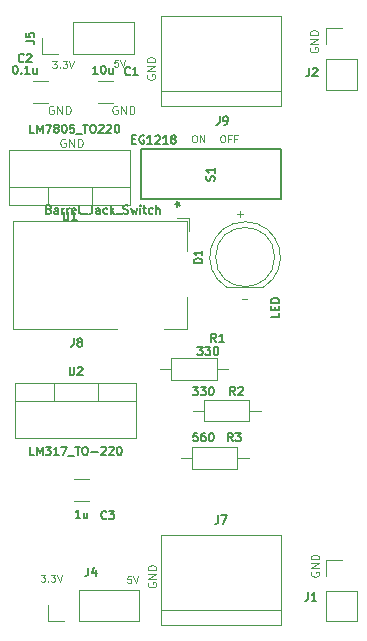
<source format=gto>
%TF.GenerationSoftware,KiCad,Pcbnew,8.0.8*%
%TF.CreationDate,2025-02-11T08:07:39+05:30*%
%TF.ProjectId,bread_board_PS,62726561-645f-4626-9f61-72645f50532e,v0.1*%
%TF.SameCoordinates,Original*%
%TF.FileFunction,Legend,Top*%
%TF.FilePolarity,Positive*%
%FSLAX46Y46*%
G04 Gerber Fmt 4.6, Leading zero omitted, Abs format (unit mm)*
G04 Created by KiCad (PCBNEW 8.0.8) date 2025-02-11 08:07:39*
%MOMM*%
%LPD*%
G01*
G04 APERTURE LIST*
%ADD10C,0.050000*%
%ADD11C,0.100000*%
%ADD12C,0.150000*%
%ADD13C,0.120000*%
%ADD14C,0.152400*%
G04 APERTURE END LIST*
D10*
X130518608Y-73423971D02*
X130890036Y-73423971D01*
X130890036Y-73423971D02*
X130690036Y-73652542D01*
X130690036Y-73652542D02*
X130775751Y-73652542D01*
X130775751Y-73652542D02*
X130832894Y-73681114D01*
X130832894Y-73681114D02*
X130861465Y-73709685D01*
X130861465Y-73709685D02*
X130890036Y-73766828D01*
X130890036Y-73766828D02*
X130890036Y-73909685D01*
X130890036Y-73909685D02*
X130861465Y-73966828D01*
X130861465Y-73966828D02*
X130832894Y-73995400D01*
X130832894Y-73995400D02*
X130775751Y-74023971D01*
X130775751Y-74023971D02*
X130604322Y-74023971D01*
X130604322Y-74023971D02*
X130547179Y-73995400D01*
X130547179Y-73995400D02*
X130518608Y-73966828D01*
X131147180Y-73966828D02*
X131175751Y-73995400D01*
X131175751Y-73995400D02*
X131147180Y-74023971D01*
X131147180Y-74023971D02*
X131118608Y-73995400D01*
X131118608Y-73995400D02*
X131147180Y-73966828D01*
X131147180Y-73966828D02*
X131147180Y-74023971D01*
X131375751Y-73423971D02*
X131747179Y-73423971D01*
X131747179Y-73423971D02*
X131547179Y-73652542D01*
X131547179Y-73652542D02*
X131632894Y-73652542D01*
X131632894Y-73652542D02*
X131690037Y-73681114D01*
X131690037Y-73681114D02*
X131718608Y-73709685D01*
X131718608Y-73709685D02*
X131747179Y-73766828D01*
X131747179Y-73766828D02*
X131747179Y-73909685D01*
X131747179Y-73909685D02*
X131718608Y-73966828D01*
X131718608Y-73966828D02*
X131690037Y-73995400D01*
X131690037Y-73995400D02*
X131632894Y-74023971D01*
X131632894Y-74023971D02*
X131461465Y-74023971D01*
X131461465Y-74023971D02*
X131404322Y-73995400D01*
X131404322Y-73995400D02*
X131375751Y-73966828D01*
X131918608Y-73423971D02*
X132118608Y-74023971D01*
X132118608Y-74023971D02*
X132318608Y-73423971D01*
D11*
X139542466Y-31100877D02*
X139509133Y-31167544D01*
X139509133Y-31167544D02*
X139509133Y-31267544D01*
X139509133Y-31267544D02*
X139542466Y-31367544D01*
X139542466Y-31367544D02*
X139609133Y-31434211D01*
X139609133Y-31434211D02*
X139675800Y-31467544D01*
X139675800Y-31467544D02*
X139809133Y-31500877D01*
X139809133Y-31500877D02*
X139909133Y-31500877D01*
X139909133Y-31500877D02*
X140042466Y-31467544D01*
X140042466Y-31467544D02*
X140109133Y-31434211D01*
X140109133Y-31434211D02*
X140175800Y-31367544D01*
X140175800Y-31367544D02*
X140209133Y-31267544D01*
X140209133Y-31267544D02*
X140209133Y-31200877D01*
X140209133Y-31200877D02*
X140175800Y-31100877D01*
X140175800Y-31100877D02*
X140142466Y-31067544D01*
X140142466Y-31067544D02*
X139909133Y-31067544D01*
X139909133Y-31067544D02*
X139909133Y-31200877D01*
X140209133Y-30767544D02*
X139509133Y-30767544D01*
X139509133Y-30767544D02*
X140209133Y-30367544D01*
X140209133Y-30367544D02*
X139509133Y-30367544D01*
X140209133Y-30034211D02*
X139509133Y-30034211D01*
X139509133Y-30034211D02*
X139509133Y-29867544D01*
X139509133Y-29867544D02*
X139542466Y-29767544D01*
X139542466Y-29767544D02*
X139609133Y-29700878D01*
X139609133Y-29700878D02*
X139675800Y-29667544D01*
X139675800Y-29667544D02*
X139809133Y-29634211D01*
X139809133Y-29634211D02*
X139909133Y-29634211D01*
X139909133Y-29634211D02*
X140042466Y-29667544D01*
X140042466Y-29667544D02*
X140109133Y-29700878D01*
X140109133Y-29700878D02*
X140175800Y-29767544D01*
X140175800Y-29767544D02*
X140209133Y-29867544D01*
X140209133Y-29867544D02*
X140209133Y-30034211D01*
D10*
X147175751Y-42895400D02*
X147632894Y-42895400D01*
X147404322Y-43123971D02*
X147404322Y-42666828D01*
X147575751Y-50095400D02*
X148032894Y-50095400D01*
X138161465Y-73523971D02*
X137875751Y-73523971D01*
X137875751Y-73523971D02*
X137847179Y-73809685D01*
X137847179Y-73809685D02*
X137875751Y-73781114D01*
X137875751Y-73781114D02*
X137932894Y-73752542D01*
X137932894Y-73752542D02*
X138075751Y-73752542D01*
X138075751Y-73752542D02*
X138132894Y-73781114D01*
X138132894Y-73781114D02*
X138161465Y-73809685D01*
X138161465Y-73809685D02*
X138190036Y-73866828D01*
X138190036Y-73866828D02*
X138190036Y-74009685D01*
X138190036Y-74009685D02*
X138161465Y-74066828D01*
X138161465Y-74066828D02*
X138132894Y-74095400D01*
X138132894Y-74095400D02*
X138075751Y-74123971D01*
X138075751Y-74123971D02*
X137932894Y-74123971D01*
X137932894Y-74123971D02*
X137875751Y-74095400D01*
X137875751Y-74095400D02*
X137847179Y-74066828D01*
X138361465Y-73523971D02*
X138561465Y-74123971D01*
X138561465Y-74123971D02*
X138761465Y-73523971D01*
D11*
X153342466Y-28800877D02*
X153309133Y-28867544D01*
X153309133Y-28867544D02*
X153309133Y-28967544D01*
X153309133Y-28967544D02*
X153342466Y-29067544D01*
X153342466Y-29067544D02*
X153409133Y-29134211D01*
X153409133Y-29134211D02*
X153475800Y-29167544D01*
X153475800Y-29167544D02*
X153609133Y-29200877D01*
X153609133Y-29200877D02*
X153709133Y-29200877D01*
X153709133Y-29200877D02*
X153842466Y-29167544D01*
X153842466Y-29167544D02*
X153909133Y-29134211D01*
X153909133Y-29134211D02*
X153975800Y-29067544D01*
X153975800Y-29067544D02*
X154009133Y-28967544D01*
X154009133Y-28967544D02*
X154009133Y-28900877D01*
X154009133Y-28900877D02*
X153975800Y-28800877D01*
X153975800Y-28800877D02*
X153942466Y-28767544D01*
X153942466Y-28767544D02*
X153709133Y-28767544D01*
X153709133Y-28767544D02*
X153709133Y-28900877D01*
X154009133Y-28467544D02*
X153309133Y-28467544D01*
X153309133Y-28467544D02*
X154009133Y-28067544D01*
X154009133Y-28067544D02*
X153309133Y-28067544D01*
X154009133Y-27734211D02*
X153309133Y-27734211D01*
X153309133Y-27734211D02*
X153309133Y-27567544D01*
X153309133Y-27567544D02*
X153342466Y-27467544D01*
X153342466Y-27467544D02*
X153409133Y-27400878D01*
X153409133Y-27400878D02*
X153475800Y-27367544D01*
X153475800Y-27367544D02*
X153609133Y-27334211D01*
X153609133Y-27334211D02*
X153709133Y-27334211D01*
X153709133Y-27334211D02*
X153842466Y-27367544D01*
X153842466Y-27367544D02*
X153909133Y-27400878D01*
X153909133Y-27400878D02*
X153975800Y-27467544D01*
X153975800Y-27467544D02*
X154009133Y-27567544D01*
X154009133Y-27567544D02*
X154009133Y-27734211D01*
D10*
X131518608Y-29923971D02*
X131890036Y-29923971D01*
X131890036Y-29923971D02*
X131690036Y-30152542D01*
X131690036Y-30152542D02*
X131775751Y-30152542D01*
X131775751Y-30152542D02*
X131832894Y-30181114D01*
X131832894Y-30181114D02*
X131861465Y-30209685D01*
X131861465Y-30209685D02*
X131890036Y-30266828D01*
X131890036Y-30266828D02*
X131890036Y-30409685D01*
X131890036Y-30409685D02*
X131861465Y-30466828D01*
X131861465Y-30466828D02*
X131832894Y-30495400D01*
X131832894Y-30495400D02*
X131775751Y-30523971D01*
X131775751Y-30523971D02*
X131604322Y-30523971D01*
X131604322Y-30523971D02*
X131547179Y-30495400D01*
X131547179Y-30495400D02*
X131518608Y-30466828D01*
X132147180Y-30466828D02*
X132175751Y-30495400D01*
X132175751Y-30495400D02*
X132147180Y-30523971D01*
X132147180Y-30523971D02*
X132118608Y-30495400D01*
X132118608Y-30495400D02*
X132147180Y-30466828D01*
X132147180Y-30466828D02*
X132147180Y-30523971D01*
X132375751Y-29923971D02*
X132747179Y-29923971D01*
X132747179Y-29923971D02*
X132547179Y-30152542D01*
X132547179Y-30152542D02*
X132632894Y-30152542D01*
X132632894Y-30152542D02*
X132690037Y-30181114D01*
X132690037Y-30181114D02*
X132718608Y-30209685D01*
X132718608Y-30209685D02*
X132747179Y-30266828D01*
X132747179Y-30266828D02*
X132747179Y-30409685D01*
X132747179Y-30409685D02*
X132718608Y-30466828D01*
X132718608Y-30466828D02*
X132690037Y-30495400D01*
X132690037Y-30495400D02*
X132632894Y-30523971D01*
X132632894Y-30523971D02*
X132461465Y-30523971D01*
X132461465Y-30523971D02*
X132404322Y-30495400D01*
X132404322Y-30495400D02*
X132375751Y-30466828D01*
X132918608Y-29923971D02*
X133118608Y-30523971D01*
X133118608Y-30523971D02*
X133318608Y-29923971D01*
D11*
X139642466Y-74100877D02*
X139609133Y-74167544D01*
X139609133Y-74167544D02*
X139609133Y-74267544D01*
X139609133Y-74267544D02*
X139642466Y-74367544D01*
X139642466Y-74367544D02*
X139709133Y-74434211D01*
X139709133Y-74434211D02*
X139775800Y-74467544D01*
X139775800Y-74467544D02*
X139909133Y-74500877D01*
X139909133Y-74500877D02*
X140009133Y-74500877D01*
X140009133Y-74500877D02*
X140142466Y-74467544D01*
X140142466Y-74467544D02*
X140209133Y-74434211D01*
X140209133Y-74434211D02*
X140275800Y-74367544D01*
X140275800Y-74367544D02*
X140309133Y-74267544D01*
X140309133Y-74267544D02*
X140309133Y-74200877D01*
X140309133Y-74200877D02*
X140275800Y-74100877D01*
X140275800Y-74100877D02*
X140242466Y-74067544D01*
X140242466Y-74067544D02*
X140009133Y-74067544D01*
X140009133Y-74067544D02*
X140009133Y-74200877D01*
X140309133Y-73767544D02*
X139609133Y-73767544D01*
X139609133Y-73767544D02*
X140309133Y-73367544D01*
X140309133Y-73367544D02*
X139609133Y-73367544D01*
X140309133Y-73034211D02*
X139609133Y-73034211D01*
X139609133Y-73034211D02*
X139609133Y-72867544D01*
X139609133Y-72867544D02*
X139642466Y-72767544D01*
X139642466Y-72767544D02*
X139709133Y-72700878D01*
X139709133Y-72700878D02*
X139775800Y-72667544D01*
X139775800Y-72667544D02*
X139909133Y-72634211D01*
X139909133Y-72634211D02*
X140009133Y-72634211D01*
X140009133Y-72634211D02*
X140142466Y-72667544D01*
X140142466Y-72667544D02*
X140209133Y-72700878D01*
X140209133Y-72700878D02*
X140275800Y-72767544D01*
X140275800Y-72767544D02*
X140309133Y-72867544D01*
X140309133Y-72867544D02*
X140309133Y-73034211D01*
X132599122Y-36542466D02*
X132532455Y-36509133D01*
X132532455Y-36509133D02*
X132432455Y-36509133D01*
X132432455Y-36509133D02*
X132332455Y-36542466D01*
X132332455Y-36542466D02*
X132265789Y-36609133D01*
X132265789Y-36609133D02*
X132232455Y-36675800D01*
X132232455Y-36675800D02*
X132199122Y-36809133D01*
X132199122Y-36809133D02*
X132199122Y-36909133D01*
X132199122Y-36909133D02*
X132232455Y-37042466D01*
X132232455Y-37042466D02*
X132265789Y-37109133D01*
X132265789Y-37109133D02*
X132332455Y-37175800D01*
X132332455Y-37175800D02*
X132432455Y-37209133D01*
X132432455Y-37209133D02*
X132499122Y-37209133D01*
X132499122Y-37209133D02*
X132599122Y-37175800D01*
X132599122Y-37175800D02*
X132632455Y-37142466D01*
X132632455Y-37142466D02*
X132632455Y-36909133D01*
X132632455Y-36909133D02*
X132499122Y-36909133D01*
X132932455Y-37209133D02*
X132932455Y-36509133D01*
X132932455Y-36509133D02*
X133332455Y-37209133D01*
X133332455Y-37209133D02*
X133332455Y-36509133D01*
X133665788Y-37209133D02*
X133665788Y-36509133D01*
X133665788Y-36509133D02*
X133832455Y-36509133D01*
X133832455Y-36509133D02*
X133932455Y-36542466D01*
X133932455Y-36542466D02*
X133999122Y-36609133D01*
X133999122Y-36609133D02*
X134032455Y-36675800D01*
X134032455Y-36675800D02*
X134065788Y-36809133D01*
X134065788Y-36809133D02*
X134065788Y-36909133D01*
X134065788Y-36909133D02*
X134032455Y-37042466D01*
X134032455Y-37042466D02*
X133999122Y-37109133D01*
X133999122Y-37109133D02*
X133932455Y-37175800D01*
X133932455Y-37175800D02*
X133832455Y-37209133D01*
X133832455Y-37209133D02*
X133665788Y-37209133D01*
D10*
X145890036Y-36223971D02*
X146004322Y-36223971D01*
X146004322Y-36223971D02*
X146061465Y-36252542D01*
X146061465Y-36252542D02*
X146118608Y-36309685D01*
X146118608Y-36309685D02*
X146147179Y-36423971D01*
X146147179Y-36423971D02*
X146147179Y-36623971D01*
X146147179Y-36623971D02*
X146118608Y-36738257D01*
X146118608Y-36738257D02*
X146061465Y-36795400D01*
X146061465Y-36795400D02*
X146004322Y-36823971D01*
X146004322Y-36823971D02*
X145890036Y-36823971D01*
X145890036Y-36823971D02*
X145832894Y-36795400D01*
X145832894Y-36795400D02*
X145775751Y-36738257D01*
X145775751Y-36738257D02*
X145747179Y-36623971D01*
X145747179Y-36623971D02*
X145747179Y-36423971D01*
X145747179Y-36423971D02*
X145775751Y-36309685D01*
X145775751Y-36309685D02*
X145832894Y-36252542D01*
X145832894Y-36252542D02*
X145890036Y-36223971D01*
X146604322Y-36509685D02*
X146404322Y-36509685D01*
X146404322Y-36823971D02*
X146404322Y-36223971D01*
X146404322Y-36223971D02*
X146690036Y-36223971D01*
X147118608Y-36509685D02*
X146918608Y-36509685D01*
X146918608Y-36823971D02*
X146918608Y-36223971D01*
X146918608Y-36223971D02*
X147204322Y-36223971D01*
D11*
X131599122Y-33742466D02*
X131532455Y-33709133D01*
X131532455Y-33709133D02*
X131432455Y-33709133D01*
X131432455Y-33709133D02*
X131332455Y-33742466D01*
X131332455Y-33742466D02*
X131265789Y-33809133D01*
X131265789Y-33809133D02*
X131232455Y-33875800D01*
X131232455Y-33875800D02*
X131199122Y-34009133D01*
X131199122Y-34009133D02*
X131199122Y-34109133D01*
X131199122Y-34109133D02*
X131232455Y-34242466D01*
X131232455Y-34242466D02*
X131265789Y-34309133D01*
X131265789Y-34309133D02*
X131332455Y-34375800D01*
X131332455Y-34375800D02*
X131432455Y-34409133D01*
X131432455Y-34409133D02*
X131499122Y-34409133D01*
X131499122Y-34409133D02*
X131599122Y-34375800D01*
X131599122Y-34375800D02*
X131632455Y-34342466D01*
X131632455Y-34342466D02*
X131632455Y-34109133D01*
X131632455Y-34109133D02*
X131499122Y-34109133D01*
X131932455Y-34409133D02*
X131932455Y-33709133D01*
X131932455Y-33709133D02*
X132332455Y-34409133D01*
X132332455Y-34409133D02*
X132332455Y-33709133D01*
X132665788Y-34409133D02*
X132665788Y-33709133D01*
X132665788Y-33709133D02*
X132832455Y-33709133D01*
X132832455Y-33709133D02*
X132932455Y-33742466D01*
X132932455Y-33742466D02*
X132999122Y-33809133D01*
X132999122Y-33809133D02*
X133032455Y-33875800D01*
X133032455Y-33875800D02*
X133065788Y-34009133D01*
X133065788Y-34009133D02*
X133065788Y-34109133D01*
X133065788Y-34109133D02*
X133032455Y-34242466D01*
X133032455Y-34242466D02*
X132999122Y-34309133D01*
X132999122Y-34309133D02*
X132932455Y-34375800D01*
X132932455Y-34375800D02*
X132832455Y-34409133D01*
X132832455Y-34409133D02*
X132665788Y-34409133D01*
D10*
X143490036Y-36223971D02*
X143604322Y-36223971D01*
X143604322Y-36223971D02*
X143661465Y-36252542D01*
X143661465Y-36252542D02*
X143718608Y-36309685D01*
X143718608Y-36309685D02*
X143747179Y-36423971D01*
X143747179Y-36423971D02*
X143747179Y-36623971D01*
X143747179Y-36623971D02*
X143718608Y-36738257D01*
X143718608Y-36738257D02*
X143661465Y-36795400D01*
X143661465Y-36795400D02*
X143604322Y-36823971D01*
X143604322Y-36823971D02*
X143490036Y-36823971D01*
X143490036Y-36823971D02*
X143432894Y-36795400D01*
X143432894Y-36795400D02*
X143375751Y-36738257D01*
X143375751Y-36738257D02*
X143347179Y-36623971D01*
X143347179Y-36623971D02*
X143347179Y-36423971D01*
X143347179Y-36423971D02*
X143375751Y-36309685D01*
X143375751Y-36309685D02*
X143432894Y-36252542D01*
X143432894Y-36252542D02*
X143490036Y-36223971D01*
X144004322Y-36823971D02*
X144004322Y-36223971D01*
X144004322Y-36223971D02*
X144347179Y-36823971D01*
X144347179Y-36823971D02*
X144347179Y-36223971D01*
X137061465Y-29823971D02*
X136775751Y-29823971D01*
X136775751Y-29823971D02*
X136747179Y-30109685D01*
X136747179Y-30109685D02*
X136775751Y-30081114D01*
X136775751Y-30081114D02*
X136832894Y-30052542D01*
X136832894Y-30052542D02*
X136975751Y-30052542D01*
X136975751Y-30052542D02*
X137032894Y-30081114D01*
X137032894Y-30081114D02*
X137061465Y-30109685D01*
X137061465Y-30109685D02*
X137090036Y-30166828D01*
X137090036Y-30166828D02*
X137090036Y-30309685D01*
X137090036Y-30309685D02*
X137061465Y-30366828D01*
X137061465Y-30366828D02*
X137032894Y-30395400D01*
X137032894Y-30395400D02*
X136975751Y-30423971D01*
X136975751Y-30423971D02*
X136832894Y-30423971D01*
X136832894Y-30423971D02*
X136775751Y-30395400D01*
X136775751Y-30395400D02*
X136747179Y-30366828D01*
X137261465Y-29823971D02*
X137461465Y-30423971D01*
X137461465Y-30423971D02*
X137661465Y-29823971D01*
D11*
X136999122Y-33742466D02*
X136932455Y-33709133D01*
X136932455Y-33709133D02*
X136832455Y-33709133D01*
X136832455Y-33709133D02*
X136732455Y-33742466D01*
X136732455Y-33742466D02*
X136665789Y-33809133D01*
X136665789Y-33809133D02*
X136632455Y-33875800D01*
X136632455Y-33875800D02*
X136599122Y-34009133D01*
X136599122Y-34009133D02*
X136599122Y-34109133D01*
X136599122Y-34109133D02*
X136632455Y-34242466D01*
X136632455Y-34242466D02*
X136665789Y-34309133D01*
X136665789Y-34309133D02*
X136732455Y-34375800D01*
X136732455Y-34375800D02*
X136832455Y-34409133D01*
X136832455Y-34409133D02*
X136899122Y-34409133D01*
X136899122Y-34409133D02*
X136999122Y-34375800D01*
X136999122Y-34375800D02*
X137032455Y-34342466D01*
X137032455Y-34342466D02*
X137032455Y-34109133D01*
X137032455Y-34109133D02*
X136899122Y-34109133D01*
X137332455Y-34409133D02*
X137332455Y-33709133D01*
X137332455Y-33709133D02*
X137732455Y-34409133D01*
X137732455Y-34409133D02*
X137732455Y-33709133D01*
X138065788Y-34409133D02*
X138065788Y-33709133D01*
X138065788Y-33709133D02*
X138232455Y-33709133D01*
X138232455Y-33709133D02*
X138332455Y-33742466D01*
X138332455Y-33742466D02*
X138399122Y-33809133D01*
X138399122Y-33809133D02*
X138432455Y-33875800D01*
X138432455Y-33875800D02*
X138465788Y-34009133D01*
X138465788Y-34009133D02*
X138465788Y-34109133D01*
X138465788Y-34109133D02*
X138432455Y-34242466D01*
X138432455Y-34242466D02*
X138399122Y-34309133D01*
X138399122Y-34309133D02*
X138332455Y-34375800D01*
X138332455Y-34375800D02*
X138232455Y-34409133D01*
X138232455Y-34409133D02*
X138065788Y-34409133D01*
X153442466Y-73200877D02*
X153409133Y-73267544D01*
X153409133Y-73267544D02*
X153409133Y-73367544D01*
X153409133Y-73367544D02*
X153442466Y-73467544D01*
X153442466Y-73467544D02*
X153509133Y-73534211D01*
X153509133Y-73534211D02*
X153575800Y-73567544D01*
X153575800Y-73567544D02*
X153709133Y-73600877D01*
X153709133Y-73600877D02*
X153809133Y-73600877D01*
X153809133Y-73600877D02*
X153942466Y-73567544D01*
X153942466Y-73567544D02*
X154009133Y-73534211D01*
X154009133Y-73534211D02*
X154075800Y-73467544D01*
X154075800Y-73467544D02*
X154109133Y-73367544D01*
X154109133Y-73367544D02*
X154109133Y-73300877D01*
X154109133Y-73300877D02*
X154075800Y-73200877D01*
X154075800Y-73200877D02*
X154042466Y-73167544D01*
X154042466Y-73167544D02*
X153809133Y-73167544D01*
X153809133Y-73167544D02*
X153809133Y-73300877D01*
X154109133Y-72867544D02*
X153409133Y-72867544D01*
X153409133Y-72867544D02*
X154109133Y-72467544D01*
X154109133Y-72467544D02*
X153409133Y-72467544D01*
X154109133Y-72134211D02*
X153409133Y-72134211D01*
X153409133Y-72134211D02*
X153409133Y-71967544D01*
X153409133Y-71967544D02*
X153442466Y-71867544D01*
X153442466Y-71867544D02*
X153509133Y-71800878D01*
X153509133Y-71800878D02*
X153575800Y-71767544D01*
X153575800Y-71767544D02*
X153709133Y-71734211D01*
X153709133Y-71734211D02*
X153809133Y-71734211D01*
X153809133Y-71734211D02*
X153942466Y-71767544D01*
X153942466Y-71767544D02*
X154009133Y-71800878D01*
X154009133Y-71800878D02*
X154075800Y-71867544D01*
X154075800Y-71867544D02*
X154109133Y-71967544D01*
X154109133Y-71967544D02*
X154109133Y-72134211D01*
D12*
X145666666Y-34616033D02*
X145666666Y-35116033D01*
X145666666Y-35116033D02*
X145633333Y-35216033D01*
X145633333Y-35216033D02*
X145566666Y-35282700D01*
X145566666Y-35282700D02*
X145466666Y-35316033D01*
X145466666Y-35316033D02*
X145400000Y-35316033D01*
X146033333Y-35316033D02*
X146166666Y-35316033D01*
X146166666Y-35316033D02*
X146233333Y-35282700D01*
X146233333Y-35282700D02*
X146266666Y-35249366D01*
X146266666Y-35249366D02*
X146333333Y-35149366D01*
X146333333Y-35149366D02*
X146366666Y-35016033D01*
X146366666Y-35016033D02*
X146366666Y-34749366D01*
X146366666Y-34749366D02*
X146333333Y-34682700D01*
X146333333Y-34682700D02*
X146299999Y-34649366D01*
X146299999Y-34649366D02*
X146233333Y-34616033D01*
X146233333Y-34616033D02*
X146099999Y-34616033D01*
X146099999Y-34616033D02*
X146033333Y-34649366D01*
X146033333Y-34649366D02*
X145999999Y-34682700D01*
X145999999Y-34682700D02*
X145966666Y-34749366D01*
X145966666Y-34749366D02*
X145966666Y-34916033D01*
X145966666Y-34916033D02*
X145999999Y-34982700D01*
X145999999Y-34982700D02*
X146033333Y-35016033D01*
X146033333Y-35016033D02*
X146099999Y-35049366D01*
X146099999Y-35049366D02*
X146233333Y-35049366D01*
X146233333Y-35049366D02*
X146299999Y-35016033D01*
X146299999Y-35016033D02*
X146333333Y-34982700D01*
X146333333Y-34982700D02*
X146366666Y-34916033D01*
X146983333Y-58216033D02*
X146750000Y-57882700D01*
X146583333Y-58216033D02*
X146583333Y-57516033D01*
X146583333Y-57516033D02*
X146850000Y-57516033D01*
X146850000Y-57516033D02*
X146916667Y-57549366D01*
X146916667Y-57549366D02*
X146950000Y-57582700D01*
X146950000Y-57582700D02*
X146983333Y-57649366D01*
X146983333Y-57649366D02*
X146983333Y-57749366D01*
X146983333Y-57749366D02*
X146950000Y-57816033D01*
X146950000Y-57816033D02*
X146916667Y-57849366D01*
X146916667Y-57849366D02*
X146850000Y-57882700D01*
X146850000Y-57882700D02*
X146583333Y-57882700D01*
X147250000Y-57582700D02*
X147283333Y-57549366D01*
X147283333Y-57549366D02*
X147350000Y-57516033D01*
X147350000Y-57516033D02*
X147516667Y-57516033D01*
X147516667Y-57516033D02*
X147583333Y-57549366D01*
X147583333Y-57549366D02*
X147616667Y-57582700D01*
X147616667Y-57582700D02*
X147650000Y-57649366D01*
X147650000Y-57649366D02*
X147650000Y-57716033D01*
X147650000Y-57716033D02*
X147616667Y-57816033D01*
X147616667Y-57816033D02*
X147216667Y-58216033D01*
X147216667Y-58216033D02*
X147650000Y-58216033D01*
X143400000Y-57516033D02*
X143833333Y-57516033D01*
X143833333Y-57516033D02*
X143600000Y-57782700D01*
X143600000Y-57782700D02*
X143700000Y-57782700D01*
X143700000Y-57782700D02*
X143766666Y-57816033D01*
X143766666Y-57816033D02*
X143800000Y-57849366D01*
X143800000Y-57849366D02*
X143833333Y-57916033D01*
X143833333Y-57916033D02*
X143833333Y-58082700D01*
X143833333Y-58082700D02*
X143800000Y-58149366D01*
X143800000Y-58149366D02*
X143766666Y-58182700D01*
X143766666Y-58182700D02*
X143700000Y-58216033D01*
X143700000Y-58216033D02*
X143500000Y-58216033D01*
X143500000Y-58216033D02*
X143433333Y-58182700D01*
X143433333Y-58182700D02*
X143400000Y-58149366D01*
X144066667Y-57516033D02*
X144500000Y-57516033D01*
X144500000Y-57516033D02*
X144266667Y-57782700D01*
X144266667Y-57782700D02*
X144366667Y-57782700D01*
X144366667Y-57782700D02*
X144433333Y-57816033D01*
X144433333Y-57816033D02*
X144466667Y-57849366D01*
X144466667Y-57849366D02*
X144500000Y-57916033D01*
X144500000Y-57916033D02*
X144500000Y-58082700D01*
X144500000Y-58082700D02*
X144466667Y-58149366D01*
X144466667Y-58149366D02*
X144433333Y-58182700D01*
X144433333Y-58182700D02*
X144366667Y-58216033D01*
X144366667Y-58216033D02*
X144166667Y-58216033D01*
X144166667Y-58216033D02*
X144100000Y-58182700D01*
X144100000Y-58182700D02*
X144066667Y-58149366D01*
X144933334Y-57516033D02*
X145000000Y-57516033D01*
X145000000Y-57516033D02*
X145066667Y-57549366D01*
X145066667Y-57549366D02*
X145100000Y-57582700D01*
X145100000Y-57582700D02*
X145133334Y-57649366D01*
X145133334Y-57649366D02*
X145166667Y-57782700D01*
X145166667Y-57782700D02*
X145166667Y-57949366D01*
X145166667Y-57949366D02*
X145133334Y-58082700D01*
X145133334Y-58082700D02*
X145100000Y-58149366D01*
X145100000Y-58149366D02*
X145066667Y-58182700D01*
X145066667Y-58182700D02*
X145000000Y-58216033D01*
X145000000Y-58216033D02*
X144933334Y-58216033D01*
X144933334Y-58216033D02*
X144866667Y-58182700D01*
X144866667Y-58182700D02*
X144833334Y-58149366D01*
X144833334Y-58149366D02*
X144800000Y-58082700D01*
X144800000Y-58082700D02*
X144766667Y-57949366D01*
X144766667Y-57949366D02*
X144766667Y-57782700D01*
X144766667Y-57782700D02*
X144800000Y-57649366D01*
X144800000Y-57649366D02*
X144833334Y-57582700D01*
X144833334Y-57582700D02*
X144866667Y-57549366D01*
X144866667Y-57549366D02*
X144933334Y-57516033D01*
X153266666Y-30516033D02*
X153266666Y-31016033D01*
X153266666Y-31016033D02*
X153233333Y-31116033D01*
X153233333Y-31116033D02*
X153166666Y-31182700D01*
X153166666Y-31182700D02*
X153066666Y-31216033D01*
X153066666Y-31216033D02*
X153000000Y-31216033D01*
X153566666Y-30582700D02*
X153599999Y-30549366D01*
X153599999Y-30549366D02*
X153666666Y-30516033D01*
X153666666Y-30516033D02*
X153833333Y-30516033D01*
X153833333Y-30516033D02*
X153899999Y-30549366D01*
X153899999Y-30549366D02*
X153933333Y-30582700D01*
X153933333Y-30582700D02*
X153966666Y-30649366D01*
X153966666Y-30649366D02*
X153966666Y-30716033D01*
X153966666Y-30716033D02*
X153933333Y-30816033D01*
X153933333Y-30816033D02*
X153533333Y-31216033D01*
X153533333Y-31216033D02*
X153966666Y-31216033D01*
X132466666Y-42716033D02*
X132466666Y-43282700D01*
X132466666Y-43282700D02*
X132500000Y-43349366D01*
X132500000Y-43349366D02*
X132533333Y-43382700D01*
X132533333Y-43382700D02*
X132600000Y-43416033D01*
X132600000Y-43416033D02*
X132733333Y-43416033D01*
X132733333Y-43416033D02*
X132800000Y-43382700D01*
X132800000Y-43382700D02*
X132833333Y-43349366D01*
X132833333Y-43349366D02*
X132866666Y-43282700D01*
X132866666Y-43282700D02*
X132866666Y-42716033D01*
X133566666Y-43416033D02*
X133166666Y-43416033D01*
X133366666Y-43416033D02*
X133366666Y-42716033D01*
X133366666Y-42716033D02*
X133299999Y-42816033D01*
X133299999Y-42816033D02*
X133233333Y-42882700D01*
X133233333Y-42882700D02*
X133166666Y-42916033D01*
X129983333Y-36016033D02*
X129649999Y-36016033D01*
X129649999Y-36016033D02*
X129649999Y-35316033D01*
X130216666Y-36016033D02*
X130216666Y-35316033D01*
X130216666Y-35316033D02*
X130450000Y-35816033D01*
X130450000Y-35816033D02*
X130683333Y-35316033D01*
X130683333Y-35316033D02*
X130683333Y-36016033D01*
X130950000Y-35316033D02*
X131416666Y-35316033D01*
X131416666Y-35316033D02*
X131116666Y-36016033D01*
X131783333Y-35616033D02*
X131716667Y-35582700D01*
X131716667Y-35582700D02*
X131683333Y-35549366D01*
X131683333Y-35549366D02*
X131650000Y-35482700D01*
X131650000Y-35482700D02*
X131650000Y-35449366D01*
X131650000Y-35449366D02*
X131683333Y-35382700D01*
X131683333Y-35382700D02*
X131716667Y-35349366D01*
X131716667Y-35349366D02*
X131783333Y-35316033D01*
X131783333Y-35316033D02*
X131916667Y-35316033D01*
X131916667Y-35316033D02*
X131983333Y-35349366D01*
X131983333Y-35349366D02*
X132016667Y-35382700D01*
X132016667Y-35382700D02*
X132050000Y-35449366D01*
X132050000Y-35449366D02*
X132050000Y-35482700D01*
X132050000Y-35482700D02*
X132016667Y-35549366D01*
X132016667Y-35549366D02*
X131983333Y-35582700D01*
X131983333Y-35582700D02*
X131916667Y-35616033D01*
X131916667Y-35616033D02*
X131783333Y-35616033D01*
X131783333Y-35616033D02*
X131716667Y-35649366D01*
X131716667Y-35649366D02*
X131683333Y-35682700D01*
X131683333Y-35682700D02*
X131650000Y-35749366D01*
X131650000Y-35749366D02*
X131650000Y-35882700D01*
X131650000Y-35882700D02*
X131683333Y-35949366D01*
X131683333Y-35949366D02*
X131716667Y-35982700D01*
X131716667Y-35982700D02*
X131783333Y-36016033D01*
X131783333Y-36016033D02*
X131916667Y-36016033D01*
X131916667Y-36016033D02*
X131983333Y-35982700D01*
X131983333Y-35982700D02*
X132016667Y-35949366D01*
X132016667Y-35949366D02*
X132050000Y-35882700D01*
X132050000Y-35882700D02*
X132050000Y-35749366D01*
X132050000Y-35749366D02*
X132016667Y-35682700D01*
X132016667Y-35682700D02*
X131983333Y-35649366D01*
X131983333Y-35649366D02*
X131916667Y-35616033D01*
X132483334Y-35316033D02*
X132550000Y-35316033D01*
X132550000Y-35316033D02*
X132616667Y-35349366D01*
X132616667Y-35349366D02*
X132650000Y-35382700D01*
X132650000Y-35382700D02*
X132683334Y-35449366D01*
X132683334Y-35449366D02*
X132716667Y-35582700D01*
X132716667Y-35582700D02*
X132716667Y-35749366D01*
X132716667Y-35749366D02*
X132683334Y-35882700D01*
X132683334Y-35882700D02*
X132650000Y-35949366D01*
X132650000Y-35949366D02*
X132616667Y-35982700D01*
X132616667Y-35982700D02*
X132550000Y-36016033D01*
X132550000Y-36016033D02*
X132483334Y-36016033D01*
X132483334Y-36016033D02*
X132416667Y-35982700D01*
X132416667Y-35982700D02*
X132383334Y-35949366D01*
X132383334Y-35949366D02*
X132350000Y-35882700D01*
X132350000Y-35882700D02*
X132316667Y-35749366D01*
X132316667Y-35749366D02*
X132316667Y-35582700D01*
X132316667Y-35582700D02*
X132350000Y-35449366D01*
X132350000Y-35449366D02*
X132383334Y-35382700D01*
X132383334Y-35382700D02*
X132416667Y-35349366D01*
X132416667Y-35349366D02*
X132483334Y-35316033D01*
X133350001Y-35316033D02*
X133016667Y-35316033D01*
X133016667Y-35316033D02*
X132983334Y-35649366D01*
X132983334Y-35649366D02*
X133016667Y-35616033D01*
X133016667Y-35616033D02*
X133083334Y-35582700D01*
X133083334Y-35582700D02*
X133250001Y-35582700D01*
X133250001Y-35582700D02*
X133316667Y-35616033D01*
X133316667Y-35616033D02*
X133350001Y-35649366D01*
X133350001Y-35649366D02*
X133383334Y-35716033D01*
X133383334Y-35716033D02*
X133383334Y-35882700D01*
X133383334Y-35882700D02*
X133350001Y-35949366D01*
X133350001Y-35949366D02*
X133316667Y-35982700D01*
X133316667Y-35982700D02*
X133250001Y-36016033D01*
X133250001Y-36016033D02*
X133083334Y-36016033D01*
X133083334Y-36016033D02*
X133016667Y-35982700D01*
X133016667Y-35982700D02*
X132983334Y-35949366D01*
X133516668Y-36082700D02*
X134050001Y-36082700D01*
X134116667Y-35316033D02*
X134516667Y-35316033D01*
X134316667Y-36016033D02*
X134316667Y-35316033D01*
X134883334Y-35316033D02*
X135016667Y-35316033D01*
X135016667Y-35316033D02*
X135083334Y-35349366D01*
X135083334Y-35349366D02*
X135150000Y-35416033D01*
X135150000Y-35416033D02*
X135183334Y-35549366D01*
X135183334Y-35549366D02*
X135183334Y-35782700D01*
X135183334Y-35782700D02*
X135150000Y-35916033D01*
X135150000Y-35916033D02*
X135083334Y-35982700D01*
X135083334Y-35982700D02*
X135016667Y-36016033D01*
X135016667Y-36016033D02*
X134883334Y-36016033D01*
X134883334Y-36016033D02*
X134816667Y-35982700D01*
X134816667Y-35982700D02*
X134750000Y-35916033D01*
X134750000Y-35916033D02*
X134716667Y-35782700D01*
X134716667Y-35782700D02*
X134716667Y-35549366D01*
X134716667Y-35549366D02*
X134750000Y-35416033D01*
X134750000Y-35416033D02*
X134816667Y-35349366D01*
X134816667Y-35349366D02*
X134883334Y-35316033D01*
X135450000Y-35382700D02*
X135483333Y-35349366D01*
X135483333Y-35349366D02*
X135550000Y-35316033D01*
X135550000Y-35316033D02*
X135716667Y-35316033D01*
X135716667Y-35316033D02*
X135783333Y-35349366D01*
X135783333Y-35349366D02*
X135816667Y-35382700D01*
X135816667Y-35382700D02*
X135850000Y-35449366D01*
X135850000Y-35449366D02*
X135850000Y-35516033D01*
X135850000Y-35516033D02*
X135816667Y-35616033D01*
X135816667Y-35616033D02*
X135416667Y-36016033D01*
X135416667Y-36016033D02*
X135850000Y-36016033D01*
X136116667Y-35382700D02*
X136150000Y-35349366D01*
X136150000Y-35349366D02*
X136216667Y-35316033D01*
X136216667Y-35316033D02*
X136383334Y-35316033D01*
X136383334Y-35316033D02*
X136450000Y-35349366D01*
X136450000Y-35349366D02*
X136483334Y-35382700D01*
X136483334Y-35382700D02*
X136516667Y-35449366D01*
X136516667Y-35449366D02*
X136516667Y-35516033D01*
X136516667Y-35516033D02*
X136483334Y-35616033D01*
X136483334Y-35616033D02*
X136083334Y-36016033D01*
X136083334Y-36016033D02*
X136516667Y-36016033D01*
X136950001Y-35316033D02*
X137016667Y-35316033D01*
X137016667Y-35316033D02*
X137083334Y-35349366D01*
X137083334Y-35349366D02*
X137116667Y-35382700D01*
X137116667Y-35382700D02*
X137150001Y-35449366D01*
X137150001Y-35449366D02*
X137183334Y-35582700D01*
X137183334Y-35582700D02*
X137183334Y-35749366D01*
X137183334Y-35749366D02*
X137150001Y-35882700D01*
X137150001Y-35882700D02*
X137116667Y-35949366D01*
X137116667Y-35949366D02*
X137083334Y-35982700D01*
X137083334Y-35982700D02*
X137016667Y-36016033D01*
X137016667Y-36016033D02*
X136950001Y-36016033D01*
X136950001Y-36016033D02*
X136883334Y-35982700D01*
X136883334Y-35982700D02*
X136850001Y-35949366D01*
X136850001Y-35949366D02*
X136816667Y-35882700D01*
X136816667Y-35882700D02*
X136783334Y-35749366D01*
X136783334Y-35749366D02*
X136783334Y-35582700D01*
X136783334Y-35582700D02*
X136816667Y-35449366D01*
X136816667Y-35449366D02*
X136850001Y-35382700D01*
X136850001Y-35382700D02*
X136883334Y-35349366D01*
X136883334Y-35349366D02*
X136950001Y-35316033D01*
X153166666Y-74916033D02*
X153166666Y-75416033D01*
X153166666Y-75416033D02*
X153133333Y-75516033D01*
X153133333Y-75516033D02*
X153066666Y-75582700D01*
X153066666Y-75582700D02*
X152966666Y-75616033D01*
X152966666Y-75616033D02*
X152900000Y-75616033D01*
X153866666Y-75616033D02*
X153466666Y-75616033D01*
X153666666Y-75616033D02*
X153666666Y-74916033D01*
X153666666Y-74916033D02*
X153599999Y-75016033D01*
X153599999Y-75016033D02*
X153533333Y-75082700D01*
X153533333Y-75082700D02*
X153466666Y-75116033D01*
X145383333Y-53716033D02*
X145150000Y-53382700D01*
X144983333Y-53716033D02*
X144983333Y-53016033D01*
X144983333Y-53016033D02*
X145250000Y-53016033D01*
X145250000Y-53016033D02*
X145316667Y-53049366D01*
X145316667Y-53049366D02*
X145350000Y-53082700D01*
X145350000Y-53082700D02*
X145383333Y-53149366D01*
X145383333Y-53149366D02*
X145383333Y-53249366D01*
X145383333Y-53249366D02*
X145350000Y-53316033D01*
X145350000Y-53316033D02*
X145316667Y-53349366D01*
X145316667Y-53349366D02*
X145250000Y-53382700D01*
X145250000Y-53382700D02*
X144983333Y-53382700D01*
X146050000Y-53716033D02*
X145650000Y-53716033D01*
X145850000Y-53716033D02*
X145850000Y-53016033D01*
X145850000Y-53016033D02*
X145783333Y-53116033D01*
X145783333Y-53116033D02*
X145716667Y-53182700D01*
X145716667Y-53182700D02*
X145650000Y-53216033D01*
X143800000Y-54116033D02*
X144233333Y-54116033D01*
X144233333Y-54116033D02*
X144000000Y-54382700D01*
X144000000Y-54382700D02*
X144100000Y-54382700D01*
X144100000Y-54382700D02*
X144166666Y-54416033D01*
X144166666Y-54416033D02*
X144200000Y-54449366D01*
X144200000Y-54449366D02*
X144233333Y-54516033D01*
X144233333Y-54516033D02*
X144233333Y-54682700D01*
X144233333Y-54682700D02*
X144200000Y-54749366D01*
X144200000Y-54749366D02*
X144166666Y-54782700D01*
X144166666Y-54782700D02*
X144100000Y-54816033D01*
X144100000Y-54816033D02*
X143900000Y-54816033D01*
X143900000Y-54816033D02*
X143833333Y-54782700D01*
X143833333Y-54782700D02*
X143800000Y-54749366D01*
X144466667Y-54116033D02*
X144900000Y-54116033D01*
X144900000Y-54116033D02*
X144666667Y-54382700D01*
X144666667Y-54382700D02*
X144766667Y-54382700D01*
X144766667Y-54382700D02*
X144833333Y-54416033D01*
X144833333Y-54416033D02*
X144866667Y-54449366D01*
X144866667Y-54449366D02*
X144900000Y-54516033D01*
X144900000Y-54516033D02*
X144900000Y-54682700D01*
X144900000Y-54682700D02*
X144866667Y-54749366D01*
X144866667Y-54749366D02*
X144833333Y-54782700D01*
X144833333Y-54782700D02*
X144766667Y-54816033D01*
X144766667Y-54816033D02*
X144566667Y-54816033D01*
X144566667Y-54816033D02*
X144500000Y-54782700D01*
X144500000Y-54782700D02*
X144466667Y-54749366D01*
X145333334Y-54116033D02*
X145400000Y-54116033D01*
X145400000Y-54116033D02*
X145466667Y-54149366D01*
X145466667Y-54149366D02*
X145500000Y-54182700D01*
X145500000Y-54182700D02*
X145533334Y-54249366D01*
X145533334Y-54249366D02*
X145566667Y-54382700D01*
X145566667Y-54382700D02*
X145566667Y-54549366D01*
X145566667Y-54549366D02*
X145533334Y-54682700D01*
X145533334Y-54682700D02*
X145500000Y-54749366D01*
X145500000Y-54749366D02*
X145466667Y-54782700D01*
X145466667Y-54782700D02*
X145400000Y-54816033D01*
X145400000Y-54816033D02*
X145333334Y-54816033D01*
X145333334Y-54816033D02*
X145266667Y-54782700D01*
X145266667Y-54782700D02*
X145233334Y-54749366D01*
X145233334Y-54749366D02*
X145200000Y-54682700D01*
X145200000Y-54682700D02*
X145166667Y-54549366D01*
X145166667Y-54549366D02*
X145166667Y-54382700D01*
X145166667Y-54382700D02*
X145200000Y-54249366D01*
X145200000Y-54249366D02*
X145233334Y-54182700D01*
X145233334Y-54182700D02*
X145266667Y-54149366D01*
X145266667Y-54149366D02*
X145333334Y-54116033D01*
X129083333Y-29949366D02*
X129050000Y-29982700D01*
X129050000Y-29982700D02*
X128950000Y-30016033D01*
X128950000Y-30016033D02*
X128883333Y-30016033D01*
X128883333Y-30016033D02*
X128783333Y-29982700D01*
X128783333Y-29982700D02*
X128716667Y-29916033D01*
X128716667Y-29916033D02*
X128683333Y-29849366D01*
X128683333Y-29849366D02*
X128650000Y-29716033D01*
X128650000Y-29716033D02*
X128650000Y-29616033D01*
X128650000Y-29616033D02*
X128683333Y-29482700D01*
X128683333Y-29482700D02*
X128716667Y-29416033D01*
X128716667Y-29416033D02*
X128783333Y-29349366D01*
X128783333Y-29349366D02*
X128883333Y-29316033D01*
X128883333Y-29316033D02*
X128950000Y-29316033D01*
X128950000Y-29316033D02*
X129050000Y-29349366D01*
X129050000Y-29349366D02*
X129083333Y-29382700D01*
X129350000Y-29382700D02*
X129383333Y-29349366D01*
X129383333Y-29349366D02*
X129450000Y-29316033D01*
X129450000Y-29316033D02*
X129616667Y-29316033D01*
X129616667Y-29316033D02*
X129683333Y-29349366D01*
X129683333Y-29349366D02*
X129716667Y-29382700D01*
X129716667Y-29382700D02*
X129750000Y-29449366D01*
X129750000Y-29449366D02*
X129750000Y-29516033D01*
X129750000Y-29516033D02*
X129716667Y-29616033D01*
X129716667Y-29616033D02*
X129316667Y-30016033D01*
X129316667Y-30016033D02*
X129750000Y-30016033D01*
X128350000Y-30316033D02*
X128416666Y-30316033D01*
X128416666Y-30316033D02*
X128483333Y-30349366D01*
X128483333Y-30349366D02*
X128516666Y-30382700D01*
X128516666Y-30382700D02*
X128550000Y-30449366D01*
X128550000Y-30449366D02*
X128583333Y-30582700D01*
X128583333Y-30582700D02*
X128583333Y-30749366D01*
X128583333Y-30749366D02*
X128550000Y-30882700D01*
X128550000Y-30882700D02*
X128516666Y-30949366D01*
X128516666Y-30949366D02*
X128483333Y-30982700D01*
X128483333Y-30982700D02*
X128416666Y-31016033D01*
X128416666Y-31016033D02*
X128350000Y-31016033D01*
X128350000Y-31016033D02*
X128283333Y-30982700D01*
X128283333Y-30982700D02*
X128250000Y-30949366D01*
X128250000Y-30949366D02*
X128216666Y-30882700D01*
X128216666Y-30882700D02*
X128183333Y-30749366D01*
X128183333Y-30749366D02*
X128183333Y-30582700D01*
X128183333Y-30582700D02*
X128216666Y-30449366D01*
X128216666Y-30449366D02*
X128250000Y-30382700D01*
X128250000Y-30382700D02*
X128283333Y-30349366D01*
X128283333Y-30349366D02*
X128350000Y-30316033D01*
X128883333Y-30949366D02*
X128916667Y-30982700D01*
X128916667Y-30982700D02*
X128883333Y-31016033D01*
X128883333Y-31016033D02*
X128850000Y-30982700D01*
X128850000Y-30982700D02*
X128883333Y-30949366D01*
X128883333Y-30949366D02*
X128883333Y-31016033D01*
X129583333Y-31016033D02*
X129183333Y-31016033D01*
X129383333Y-31016033D02*
X129383333Y-30316033D01*
X129383333Y-30316033D02*
X129316666Y-30416033D01*
X129316666Y-30416033D02*
X129250000Y-30482700D01*
X129250000Y-30482700D02*
X129183333Y-30516033D01*
X130183333Y-30549366D02*
X130183333Y-31016033D01*
X129883333Y-30549366D02*
X129883333Y-30916033D01*
X129883333Y-30916033D02*
X129916667Y-30982700D01*
X129916667Y-30982700D02*
X129983333Y-31016033D01*
X129983333Y-31016033D02*
X130083333Y-31016033D01*
X130083333Y-31016033D02*
X130150000Y-30982700D01*
X130150000Y-30982700D02*
X130183333Y-30949366D01*
X132966666Y-55816033D02*
X132966666Y-56382700D01*
X132966666Y-56382700D02*
X133000000Y-56449366D01*
X133000000Y-56449366D02*
X133033333Y-56482700D01*
X133033333Y-56482700D02*
X133100000Y-56516033D01*
X133100000Y-56516033D02*
X133233333Y-56516033D01*
X133233333Y-56516033D02*
X133300000Y-56482700D01*
X133300000Y-56482700D02*
X133333333Y-56449366D01*
X133333333Y-56449366D02*
X133366666Y-56382700D01*
X133366666Y-56382700D02*
X133366666Y-55816033D01*
X133666666Y-55882700D02*
X133699999Y-55849366D01*
X133699999Y-55849366D02*
X133766666Y-55816033D01*
X133766666Y-55816033D02*
X133933333Y-55816033D01*
X133933333Y-55816033D02*
X133999999Y-55849366D01*
X133999999Y-55849366D02*
X134033333Y-55882700D01*
X134033333Y-55882700D02*
X134066666Y-55949366D01*
X134066666Y-55949366D02*
X134066666Y-56016033D01*
X134066666Y-56016033D02*
X134033333Y-56116033D01*
X134033333Y-56116033D02*
X133633333Y-56516033D01*
X133633333Y-56516033D02*
X134066666Y-56516033D01*
X129983333Y-63286033D02*
X129649999Y-63286033D01*
X129649999Y-63286033D02*
X129649999Y-62586033D01*
X130216666Y-63286033D02*
X130216666Y-62586033D01*
X130216666Y-62586033D02*
X130450000Y-63086033D01*
X130450000Y-63086033D02*
X130683333Y-62586033D01*
X130683333Y-62586033D02*
X130683333Y-63286033D01*
X130950000Y-62586033D02*
X131383333Y-62586033D01*
X131383333Y-62586033D02*
X131150000Y-62852700D01*
X131150000Y-62852700D02*
X131250000Y-62852700D01*
X131250000Y-62852700D02*
X131316666Y-62886033D01*
X131316666Y-62886033D02*
X131350000Y-62919366D01*
X131350000Y-62919366D02*
X131383333Y-62986033D01*
X131383333Y-62986033D02*
X131383333Y-63152700D01*
X131383333Y-63152700D02*
X131350000Y-63219366D01*
X131350000Y-63219366D02*
X131316666Y-63252700D01*
X131316666Y-63252700D02*
X131250000Y-63286033D01*
X131250000Y-63286033D02*
X131050000Y-63286033D01*
X131050000Y-63286033D02*
X130983333Y-63252700D01*
X130983333Y-63252700D02*
X130950000Y-63219366D01*
X132050000Y-63286033D02*
X131650000Y-63286033D01*
X131850000Y-63286033D02*
X131850000Y-62586033D01*
X131850000Y-62586033D02*
X131783333Y-62686033D01*
X131783333Y-62686033D02*
X131716667Y-62752700D01*
X131716667Y-62752700D02*
X131650000Y-62786033D01*
X132283334Y-62586033D02*
X132750000Y-62586033D01*
X132750000Y-62586033D02*
X132450000Y-63286033D01*
X132850001Y-63352700D02*
X133383334Y-63352700D01*
X133450000Y-62586033D02*
X133850000Y-62586033D01*
X133650000Y-63286033D02*
X133650000Y-62586033D01*
X134216667Y-62586033D02*
X134350000Y-62586033D01*
X134350000Y-62586033D02*
X134416667Y-62619366D01*
X134416667Y-62619366D02*
X134483333Y-62686033D01*
X134483333Y-62686033D02*
X134516667Y-62819366D01*
X134516667Y-62819366D02*
X134516667Y-63052700D01*
X134516667Y-63052700D02*
X134483333Y-63186033D01*
X134483333Y-63186033D02*
X134416667Y-63252700D01*
X134416667Y-63252700D02*
X134350000Y-63286033D01*
X134350000Y-63286033D02*
X134216667Y-63286033D01*
X134216667Y-63286033D02*
X134150000Y-63252700D01*
X134150000Y-63252700D02*
X134083333Y-63186033D01*
X134083333Y-63186033D02*
X134050000Y-63052700D01*
X134050000Y-63052700D02*
X134050000Y-62819366D01*
X134050000Y-62819366D02*
X134083333Y-62686033D01*
X134083333Y-62686033D02*
X134150000Y-62619366D01*
X134150000Y-62619366D02*
X134216667Y-62586033D01*
X134816666Y-63019366D02*
X135350000Y-63019366D01*
X135650000Y-62652700D02*
X135683333Y-62619366D01*
X135683333Y-62619366D02*
X135750000Y-62586033D01*
X135750000Y-62586033D02*
X135916667Y-62586033D01*
X135916667Y-62586033D02*
X135983333Y-62619366D01*
X135983333Y-62619366D02*
X136016667Y-62652700D01*
X136016667Y-62652700D02*
X136050000Y-62719366D01*
X136050000Y-62719366D02*
X136050000Y-62786033D01*
X136050000Y-62786033D02*
X136016667Y-62886033D01*
X136016667Y-62886033D02*
X135616667Y-63286033D01*
X135616667Y-63286033D02*
X136050000Y-63286033D01*
X136316667Y-62652700D02*
X136350000Y-62619366D01*
X136350000Y-62619366D02*
X136416667Y-62586033D01*
X136416667Y-62586033D02*
X136583334Y-62586033D01*
X136583334Y-62586033D02*
X136650000Y-62619366D01*
X136650000Y-62619366D02*
X136683334Y-62652700D01*
X136683334Y-62652700D02*
X136716667Y-62719366D01*
X136716667Y-62719366D02*
X136716667Y-62786033D01*
X136716667Y-62786033D02*
X136683334Y-62886033D01*
X136683334Y-62886033D02*
X136283334Y-63286033D01*
X136283334Y-63286033D02*
X136716667Y-63286033D01*
X137150001Y-62586033D02*
X137216667Y-62586033D01*
X137216667Y-62586033D02*
X137283334Y-62619366D01*
X137283334Y-62619366D02*
X137316667Y-62652700D01*
X137316667Y-62652700D02*
X137350001Y-62719366D01*
X137350001Y-62719366D02*
X137383334Y-62852700D01*
X137383334Y-62852700D02*
X137383334Y-63019366D01*
X137383334Y-63019366D02*
X137350001Y-63152700D01*
X137350001Y-63152700D02*
X137316667Y-63219366D01*
X137316667Y-63219366D02*
X137283334Y-63252700D01*
X137283334Y-63252700D02*
X137216667Y-63286033D01*
X137216667Y-63286033D02*
X137150001Y-63286033D01*
X137150001Y-63286033D02*
X137083334Y-63252700D01*
X137083334Y-63252700D02*
X137050001Y-63219366D01*
X137050001Y-63219366D02*
X137016667Y-63152700D01*
X137016667Y-63152700D02*
X136983334Y-63019366D01*
X136983334Y-63019366D02*
X136983334Y-62852700D01*
X136983334Y-62852700D02*
X137016667Y-62719366D01*
X137016667Y-62719366D02*
X137050001Y-62652700D01*
X137050001Y-62652700D02*
X137083334Y-62619366D01*
X137083334Y-62619366D02*
X137150001Y-62586033D01*
X129286033Y-28233333D02*
X129786033Y-28233333D01*
X129786033Y-28233333D02*
X129886033Y-28266666D01*
X129886033Y-28266666D02*
X129952700Y-28333333D01*
X129952700Y-28333333D02*
X129986033Y-28433333D01*
X129986033Y-28433333D02*
X129986033Y-28500000D01*
X129286033Y-27566667D02*
X129286033Y-27900000D01*
X129286033Y-27900000D02*
X129619366Y-27933333D01*
X129619366Y-27933333D02*
X129586033Y-27900000D01*
X129586033Y-27900000D02*
X129552700Y-27833333D01*
X129552700Y-27833333D02*
X129552700Y-27666667D01*
X129552700Y-27666667D02*
X129586033Y-27600000D01*
X129586033Y-27600000D02*
X129619366Y-27566667D01*
X129619366Y-27566667D02*
X129686033Y-27533333D01*
X129686033Y-27533333D02*
X129852700Y-27533333D01*
X129852700Y-27533333D02*
X129919366Y-27566667D01*
X129919366Y-27566667D02*
X129952700Y-27600000D01*
X129952700Y-27600000D02*
X129986033Y-27666667D01*
X129986033Y-27666667D02*
X129986033Y-27833333D01*
X129986033Y-27833333D02*
X129952700Y-27900000D01*
X129952700Y-27900000D02*
X129919366Y-27933333D01*
X134566666Y-72816033D02*
X134566666Y-73316033D01*
X134566666Y-73316033D02*
X134533333Y-73416033D01*
X134533333Y-73416033D02*
X134466666Y-73482700D01*
X134466666Y-73482700D02*
X134366666Y-73516033D01*
X134366666Y-73516033D02*
X134300000Y-73516033D01*
X135199999Y-73049366D02*
X135199999Y-73516033D01*
X135033333Y-72782700D02*
X134866666Y-73282700D01*
X134866666Y-73282700D02*
X135299999Y-73282700D01*
X145213600Y-40058333D02*
X145246933Y-39958333D01*
X145246933Y-39958333D02*
X145246933Y-39791667D01*
X145246933Y-39791667D02*
X145213600Y-39725000D01*
X145213600Y-39725000D02*
X145180266Y-39691667D01*
X145180266Y-39691667D02*
X145113600Y-39658333D01*
X145113600Y-39658333D02*
X145046933Y-39658333D01*
X145046933Y-39658333D02*
X144980266Y-39691667D01*
X144980266Y-39691667D02*
X144946933Y-39725000D01*
X144946933Y-39725000D02*
X144913600Y-39791667D01*
X144913600Y-39791667D02*
X144880266Y-39925000D01*
X144880266Y-39925000D02*
X144846933Y-39991667D01*
X144846933Y-39991667D02*
X144813600Y-40025000D01*
X144813600Y-40025000D02*
X144746933Y-40058333D01*
X144746933Y-40058333D02*
X144680266Y-40058333D01*
X144680266Y-40058333D02*
X144613600Y-40025000D01*
X144613600Y-40025000D02*
X144580266Y-39991667D01*
X144580266Y-39991667D02*
X144546933Y-39925000D01*
X144546933Y-39925000D02*
X144546933Y-39758333D01*
X144546933Y-39758333D02*
X144580266Y-39658333D01*
X145246933Y-38991666D02*
X145246933Y-39391666D01*
X145246933Y-39191666D02*
X144546933Y-39191666D01*
X144546933Y-39191666D02*
X144646933Y-39258333D01*
X144646933Y-39258333D02*
X144713600Y-39325000D01*
X144713600Y-39325000D02*
X144746933Y-39391666D01*
X138266666Y-36549366D02*
X138500000Y-36549366D01*
X138600000Y-36916033D02*
X138266666Y-36916033D01*
X138266666Y-36916033D02*
X138266666Y-36216033D01*
X138266666Y-36216033D02*
X138600000Y-36216033D01*
X139266666Y-36249366D02*
X139199999Y-36216033D01*
X139199999Y-36216033D02*
X139099999Y-36216033D01*
X139099999Y-36216033D02*
X138999999Y-36249366D01*
X138999999Y-36249366D02*
X138933333Y-36316033D01*
X138933333Y-36316033D02*
X138899999Y-36382700D01*
X138899999Y-36382700D02*
X138866666Y-36516033D01*
X138866666Y-36516033D02*
X138866666Y-36616033D01*
X138866666Y-36616033D02*
X138899999Y-36749366D01*
X138899999Y-36749366D02*
X138933333Y-36816033D01*
X138933333Y-36816033D02*
X138999999Y-36882700D01*
X138999999Y-36882700D02*
X139099999Y-36916033D01*
X139099999Y-36916033D02*
X139166666Y-36916033D01*
X139166666Y-36916033D02*
X139266666Y-36882700D01*
X139266666Y-36882700D02*
X139299999Y-36849366D01*
X139299999Y-36849366D02*
X139299999Y-36616033D01*
X139299999Y-36616033D02*
X139166666Y-36616033D01*
X139966666Y-36916033D02*
X139566666Y-36916033D01*
X139766666Y-36916033D02*
X139766666Y-36216033D01*
X139766666Y-36216033D02*
X139699999Y-36316033D01*
X139699999Y-36316033D02*
X139633333Y-36382700D01*
X139633333Y-36382700D02*
X139566666Y-36416033D01*
X140233333Y-36282700D02*
X140266666Y-36249366D01*
X140266666Y-36249366D02*
X140333333Y-36216033D01*
X140333333Y-36216033D02*
X140500000Y-36216033D01*
X140500000Y-36216033D02*
X140566666Y-36249366D01*
X140566666Y-36249366D02*
X140600000Y-36282700D01*
X140600000Y-36282700D02*
X140633333Y-36349366D01*
X140633333Y-36349366D02*
X140633333Y-36416033D01*
X140633333Y-36416033D02*
X140600000Y-36516033D01*
X140600000Y-36516033D02*
X140200000Y-36916033D01*
X140200000Y-36916033D02*
X140633333Y-36916033D01*
X141300000Y-36916033D02*
X140900000Y-36916033D01*
X141100000Y-36916033D02*
X141100000Y-36216033D01*
X141100000Y-36216033D02*
X141033333Y-36316033D01*
X141033333Y-36316033D02*
X140966667Y-36382700D01*
X140966667Y-36382700D02*
X140900000Y-36416033D01*
X141700000Y-36516033D02*
X141633334Y-36482700D01*
X141633334Y-36482700D02*
X141600000Y-36449366D01*
X141600000Y-36449366D02*
X141566667Y-36382700D01*
X141566667Y-36382700D02*
X141566667Y-36349366D01*
X141566667Y-36349366D02*
X141600000Y-36282700D01*
X141600000Y-36282700D02*
X141633334Y-36249366D01*
X141633334Y-36249366D02*
X141700000Y-36216033D01*
X141700000Y-36216033D02*
X141833334Y-36216033D01*
X141833334Y-36216033D02*
X141900000Y-36249366D01*
X141900000Y-36249366D02*
X141933334Y-36282700D01*
X141933334Y-36282700D02*
X141966667Y-36349366D01*
X141966667Y-36349366D02*
X141966667Y-36382700D01*
X141966667Y-36382700D02*
X141933334Y-36449366D01*
X141933334Y-36449366D02*
X141900000Y-36482700D01*
X141900000Y-36482700D02*
X141833334Y-36516033D01*
X141833334Y-36516033D02*
X141700000Y-36516033D01*
X141700000Y-36516033D02*
X141633334Y-36549366D01*
X141633334Y-36549366D02*
X141600000Y-36582700D01*
X141600000Y-36582700D02*
X141566667Y-36649366D01*
X141566667Y-36649366D02*
X141566667Y-36782700D01*
X141566667Y-36782700D02*
X141600000Y-36849366D01*
X141600000Y-36849366D02*
X141633334Y-36882700D01*
X141633334Y-36882700D02*
X141700000Y-36916033D01*
X141700000Y-36916033D02*
X141833334Y-36916033D01*
X141833334Y-36916033D02*
X141900000Y-36882700D01*
X141900000Y-36882700D02*
X141933334Y-36849366D01*
X141933334Y-36849366D02*
X141966667Y-36782700D01*
X141966667Y-36782700D02*
X141966667Y-36649366D01*
X141966667Y-36649366D02*
X141933334Y-36582700D01*
X141933334Y-36582700D02*
X141900000Y-36549366D01*
X141900000Y-36549366D02*
X141833334Y-36516033D01*
X141885719Y-42026899D02*
X142123814Y-42026899D01*
X142028576Y-42264994D02*
X142123814Y-42026899D01*
X142123814Y-42026899D02*
X142028576Y-41788804D01*
X142314290Y-42169756D02*
X142123814Y-42026899D01*
X142123814Y-42026899D02*
X142314290Y-41884042D01*
X141885719Y-42026899D02*
X142123814Y-42026899D01*
X142028576Y-42264994D02*
X142123814Y-42026899D01*
X142123814Y-42026899D02*
X142028576Y-41788804D01*
X142314290Y-42169756D02*
X142123814Y-42026899D01*
X142123814Y-42026899D02*
X142314290Y-41884042D01*
X138083333Y-31049366D02*
X138050000Y-31082700D01*
X138050000Y-31082700D02*
X137950000Y-31116033D01*
X137950000Y-31116033D02*
X137883333Y-31116033D01*
X137883333Y-31116033D02*
X137783333Y-31082700D01*
X137783333Y-31082700D02*
X137716667Y-31016033D01*
X137716667Y-31016033D02*
X137683333Y-30949366D01*
X137683333Y-30949366D02*
X137650000Y-30816033D01*
X137650000Y-30816033D02*
X137650000Y-30716033D01*
X137650000Y-30716033D02*
X137683333Y-30582700D01*
X137683333Y-30582700D02*
X137716667Y-30516033D01*
X137716667Y-30516033D02*
X137783333Y-30449366D01*
X137783333Y-30449366D02*
X137883333Y-30416033D01*
X137883333Y-30416033D02*
X137950000Y-30416033D01*
X137950000Y-30416033D02*
X138050000Y-30449366D01*
X138050000Y-30449366D02*
X138083333Y-30482700D01*
X138750000Y-31116033D02*
X138350000Y-31116033D01*
X138550000Y-31116033D02*
X138550000Y-30416033D01*
X138550000Y-30416033D02*
X138483333Y-30516033D01*
X138483333Y-30516033D02*
X138416667Y-30582700D01*
X138416667Y-30582700D02*
X138350000Y-30616033D01*
X135350000Y-31016033D02*
X134950000Y-31016033D01*
X135150000Y-31016033D02*
X135150000Y-30316033D01*
X135150000Y-30316033D02*
X135083333Y-30416033D01*
X135083333Y-30416033D02*
X135016667Y-30482700D01*
X135016667Y-30482700D02*
X134950000Y-30516033D01*
X135783334Y-30316033D02*
X135850000Y-30316033D01*
X135850000Y-30316033D02*
X135916667Y-30349366D01*
X135916667Y-30349366D02*
X135950000Y-30382700D01*
X135950000Y-30382700D02*
X135983334Y-30449366D01*
X135983334Y-30449366D02*
X136016667Y-30582700D01*
X136016667Y-30582700D02*
X136016667Y-30749366D01*
X136016667Y-30749366D02*
X135983334Y-30882700D01*
X135983334Y-30882700D02*
X135950000Y-30949366D01*
X135950000Y-30949366D02*
X135916667Y-30982700D01*
X135916667Y-30982700D02*
X135850000Y-31016033D01*
X135850000Y-31016033D02*
X135783334Y-31016033D01*
X135783334Y-31016033D02*
X135716667Y-30982700D01*
X135716667Y-30982700D02*
X135683334Y-30949366D01*
X135683334Y-30949366D02*
X135650000Y-30882700D01*
X135650000Y-30882700D02*
X135616667Y-30749366D01*
X135616667Y-30749366D02*
X135616667Y-30582700D01*
X135616667Y-30582700D02*
X135650000Y-30449366D01*
X135650000Y-30449366D02*
X135683334Y-30382700D01*
X135683334Y-30382700D02*
X135716667Y-30349366D01*
X135716667Y-30349366D02*
X135783334Y-30316033D01*
X136616667Y-30549366D02*
X136616667Y-31016033D01*
X136316667Y-30549366D02*
X136316667Y-30916033D01*
X136316667Y-30916033D02*
X136350001Y-30982700D01*
X136350001Y-30982700D02*
X136416667Y-31016033D01*
X136416667Y-31016033D02*
X136516667Y-31016033D01*
X136516667Y-31016033D02*
X136583334Y-30982700D01*
X136583334Y-30982700D02*
X136616667Y-30949366D01*
X133316666Y-53408533D02*
X133316666Y-53908533D01*
X133316666Y-53908533D02*
X133283333Y-54008533D01*
X133283333Y-54008533D02*
X133216666Y-54075200D01*
X133216666Y-54075200D02*
X133116666Y-54108533D01*
X133116666Y-54108533D02*
X133050000Y-54108533D01*
X133749999Y-53708533D02*
X133683333Y-53675200D01*
X133683333Y-53675200D02*
X133649999Y-53641866D01*
X133649999Y-53641866D02*
X133616666Y-53575200D01*
X133616666Y-53575200D02*
X133616666Y-53541866D01*
X133616666Y-53541866D02*
X133649999Y-53475200D01*
X133649999Y-53475200D02*
X133683333Y-53441866D01*
X133683333Y-53441866D02*
X133749999Y-53408533D01*
X133749999Y-53408533D02*
X133883333Y-53408533D01*
X133883333Y-53408533D02*
X133949999Y-53441866D01*
X133949999Y-53441866D02*
X133983333Y-53475200D01*
X133983333Y-53475200D02*
X134016666Y-53541866D01*
X134016666Y-53541866D02*
X134016666Y-53575200D01*
X134016666Y-53575200D02*
X133983333Y-53641866D01*
X133983333Y-53641866D02*
X133949999Y-53675200D01*
X133949999Y-53675200D02*
X133883333Y-53708533D01*
X133883333Y-53708533D02*
X133749999Y-53708533D01*
X133749999Y-53708533D02*
X133683333Y-53741866D01*
X133683333Y-53741866D02*
X133649999Y-53775200D01*
X133649999Y-53775200D02*
X133616666Y-53841866D01*
X133616666Y-53841866D02*
X133616666Y-53975200D01*
X133616666Y-53975200D02*
X133649999Y-54041866D01*
X133649999Y-54041866D02*
X133683333Y-54075200D01*
X133683333Y-54075200D02*
X133749999Y-54108533D01*
X133749999Y-54108533D02*
X133883333Y-54108533D01*
X133883333Y-54108533D02*
X133949999Y-54075200D01*
X133949999Y-54075200D02*
X133983333Y-54041866D01*
X133983333Y-54041866D02*
X134016666Y-53975200D01*
X134016666Y-53975200D02*
X134016666Y-53841866D01*
X134016666Y-53841866D02*
X133983333Y-53775200D01*
X133983333Y-53775200D02*
X133949999Y-53741866D01*
X133949999Y-53741866D02*
X133883333Y-53708533D01*
X131233335Y-42491866D02*
X131333335Y-42525200D01*
X131333335Y-42525200D02*
X131366668Y-42558533D01*
X131366668Y-42558533D02*
X131400001Y-42625200D01*
X131400001Y-42625200D02*
X131400001Y-42725200D01*
X131400001Y-42725200D02*
X131366668Y-42791866D01*
X131366668Y-42791866D02*
X131333335Y-42825200D01*
X131333335Y-42825200D02*
X131266668Y-42858533D01*
X131266668Y-42858533D02*
X131000001Y-42858533D01*
X131000001Y-42858533D02*
X131000001Y-42158533D01*
X131000001Y-42158533D02*
X131233335Y-42158533D01*
X131233335Y-42158533D02*
X131300001Y-42191866D01*
X131300001Y-42191866D02*
X131333335Y-42225200D01*
X131333335Y-42225200D02*
X131366668Y-42291866D01*
X131366668Y-42291866D02*
X131366668Y-42358533D01*
X131366668Y-42358533D02*
X131333335Y-42425200D01*
X131333335Y-42425200D02*
X131300001Y-42458533D01*
X131300001Y-42458533D02*
X131233335Y-42491866D01*
X131233335Y-42491866D02*
X131000001Y-42491866D01*
X132000001Y-42858533D02*
X132000001Y-42491866D01*
X132000001Y-42491866D02*
X131966668Y-42425200D01*
X131966668Y-42425200D02*
X131900001Y-42391866D01*
X131900001Y-42391866D02*
X131766668Y-42391866D01*
X131766668Y-42391866D02*
X131700001Y-42425200D01*
X132000001Y-42825200D02*
X131933335Y-42858533D01*
X131933335Y-42858533D02*
X131766668Y-42858533D01*
X131766668Y-42858533D02*
X131700001Y-42825200D01*
X131700001Y-42825200D02*
X131666668Y-42758533D01*
X131666668Y-42758533D02*
X131666668Y-42691866D01*
X131666668Y-42691866D02*
X131700001Y-42625200D01*
X131700001Y-42625200D02*
X131766668Y-42591866D01*
X131766668Y-42591866D02*
X131933335Y-42591866D01*
X131933335Y-42591866D02*
X132000001Y-42558533D01*
X132333334Y-42858533D02*
X132333334Y-42391866D01*
X132333334Y-42525200D02*
X132366668Y-42458533D01*
X132366668Y-42458533D02*
X132400001Y-42425200D01*
X132400001Y-42425200D02*
X132466668Y-42391866D01*
X132466668Y-42391866D02*
X132533334Y-42391866D01*
X132766667Y-42858533D02*
X132766667Y-42391866D01*
X132766667Y-42525200D02*
X132800001Y-42458533D01*
X132800001Y-42458533D02*
X132833334Y-42425200D01*
X132833334Y-42425200D02*
X132900001Y-42391866D01*
X132900001Y-42391866D02*
X132966667Y-42391866D01*
X133466667Y-42825200D02*
X133400000Y-42858533D01*
X133400000Y-42858533D02*
X133266667Y-42858533D01*
X133266667Y-42858533D02*
X133200000Y-42825200D01*
X133200000Y-42825200D02*
X133166667Y-42758533D01*
X133166667Y-42758533D02*
X133166667Y-42491866D01*
X133166667Y-42491866D02*
X133200000Y-42425200D01*
X133200000Y-42425200D02*
X133266667Y-42391866D01*
X133266667Y-42391866D02*
X133400000Y-42391866D01*
X133400000Y-42391866D02*
X133466667Y-42425200D01*
X133466667Y-42425200D02*
X133500000Y-42491866D01*
X133500000Y-42491866D02*
X133500000Y-42558533D01*
X133500000Y-42558533D02*
X133166667Y-42625200D01*
X133900000Y-42858533D02*
X133833334Y-42825200D01*
X133833334Y-42825200D02*
X133800000Y-42758533D01*
X133800000Y-42758533D02*
X133800000Y-42158533D01*
X134000001Y-42925200D02*
X134533334Y-42925200D01*
X134900000Y-42158533D02*
X134900000Y-42658533D01*
X134900000Y-42658533D02*
X134866667Y-42758533D01*
X134866667Y-42758533D02*
X134800000Y-42825200D01*
X134800000Y-42825200D02*
X134700000Y-42858533D01*
X134700000Y-42858533D02*
X134633334Y-42858533D01*
X135533333Y-42858533D02*
X135533333Y-42491866D01*
X135533333Y-42491866D02*
X135500000Y-42425200D01*
X135500000Y-42425200D02*
X135433333Y-42391866D01*
X135433333Y-42391866D02*
X135300000Y-42391866D01*
X135300000Y-42391866D02*
X135233333Y-42425200D01*
X135533333Y-42825200D02*
X135466667Y-42858533D01*
X135466667Y-42858533D02*
X135300000Y-42858533D01*
X135300000Y-42858533D02*
X135233333Y-42825200D01*
X135233333Y-42825200D02*
X135200000Y-42758533D01*
X135200000Y-42758533D02*
X135200000Y-42691866D01*
X135200000Y-42691866D02*
X135233333Y-42625200D01*
X135233333Y-42625200D02*
X135300000Y-42591866D01*
X135300000Y-42591866D02*
X135466667Y-42591866D01*
X135466667Y-42591866D02*
X135533333Y-42558533D01*
X136166666Y-42825200D02*
X136100000Y-42858533D01*
X136100000Y-42858533D02*
X135966666Y-42858533D01*
X135966666Y-42858533D02*
X135900000Y-42825200D01*
X135900000Y-42825200D02*
X135866666Y-42791866D01*
X135866666Y-42791866D02*
X135833333Y-42725200D01*
X135833333Y-42725200D02*
X135833333Y-42525200D01*
X135833333Y-42525200D02*
X135866666Y-42458533D01*
X135866666Y-42458533D02*
X135900000Y-42425200D01*
X135900000Y-42425200D02*
X135966666Y-42391866D01*
X135966666Y-42391866D02*
X136100000Y-42391866D01*
X136100000Y-42391866D02*
X136166666Y-42425200D01*
X136466666Y-42858533D02*
X136466666Y-42158533D01*
X136533333Y-42591866D02*
X136733333Y-42858533D01*
X136733333Y-42391866D02*
X136466666Y-42658533D01*
X136866667Y-42925200D02*
X137400000Y-42925200D01*
X137533333Y-42825200D02*
X137633333Y-42858533D01*
X137633333Y-42858533D02*
X137800000Y-42858533D01*
X137800000Y-42858533D02*
X137866666Y-42825200D01*
X137866666Y-42825200D02*
X137900000Y-42791866D01*
X137900000Y-42791866D02*
X137933333Y-42725200D01*
X137933333Y-42725200D02*
X137933333Y-42658533D01*
X137933333Y-42658533D02*
X137900000Y-42591866D01*
X137900000Y-42591866D02*
X137866666Y-42558533D01*
X137866666Y-42558533D02*
X137800000Y-42525200D01*
X137800000Y-42525200D02*
X137666666Y-42491866D01*
X137666666Y-42491866D02*
X137600000Y-42458533D01*
X137600000Y-42458533D02*
X137566666Y-42425200D01*
X137566666Y-42425200D02*
X137533333Y-42358533D01*
X137533333Y-42358533D02*
X137533333Y-42291866D01*
X137533333Y-42291866D02*
X137566666Y-42225200D01*
X137566666Y-42225200D02*
X137600000Y-42191866D01*
X137600000Y-42191866D02*
X137666666Y-42158533D01*
X137666666Y-42158533D02*
X137833333Y-42158533D01*
X137833333Y-42158533D02*
X137933333Y-42191866D01*
X138166667Y-42391866D02*
X138300000Y-42858533D01*
X138300000Y-42858533D02*
X138433333Y-42525200D01*
X138433333Y-42525200D02*
X138566667Y-42858533D01*
X138566667Y-42858533D02*
X138700000Y-42391866D01*
X138966666Y-42858533D02*
X138966666Y-42391866D01*
X138966666Y-42158533D02*
X138933333Y-42191866D01*
X138933333Y-42191866D02*
X138966666Y-42225200D01*
X138966666Y-42225200D02*
X139000000Y-42191866D01*
X139000000Y-42191866D02*
X138966666Y-42158533D01*
X138966666Y-42158533D02*
X138966666Y-42225200D01*
X139199999Y-42391866D02*
X139466666Y-42391866D01*
X139299999Y-42158533D02*
X139299999Y-42758533D01*
X139299999Y-42758533D02*
X139333333Y-42825200D01*
X139333333Y-42825200D02*
X139399999Y-42858533D01*
X139399999Y-42858533D02*
X139466666Y-42858533D01*
X139999999Y-42825200D02*
X139933333Y-42858533D01*
X139933333Y-42858533D02*
X139799999Y-42858533D01*
X139799999Y-42858533D02*
X139733333Y-42825200D01*
X139733333Y-42825200D02*
X139699999Y-42791866D01*
X139699999Y-42791866D02*
X139666666Y-42725200D01*
X139666666Y-42725200D02*
X139666666Y-42525200D01*
X139666666Y-42525200D02*
X139699999Y-42458533D01*
X139699999Y-42458533D02*
X139733333Y-42425200D01*
X139733333Y-42425200D02*
X139799999Y-42391866D01*
X139799999Y-42391866D02*
X139933333Y-42391866D01*
X139933333Y-42391866D02*
X139999999Y-42425200D01*
X140299999Y-42858533D02*
X140299999Y-42158533D01*
X140599999Y-42858533D02*
X140599999Y-42491866D01*
X140599999Y-42491866D02*
X140566666Y-42425200D01*
X140566666Y-42425200D02*
X140499999Y-42391866D01*
X140499999Y-42391866D02*
X140399999Y-42391866D01*
X140399999Y-42391866D02*
X140333333Y-42425200D01*
X140333333Y-42425200D02*
X140299999Y-42458533D01*
X145556666Y-68411033D02*
X145556666Y-68911033D01*
X145556666Y-68911033D02*
X145523333Y-69011033D01*
X145523333Y-69011033D02*
X145456666Y-69077700D01*
X145456666Y-69077700D02*
X145356666Y-69111033D01*
X145356666Y-69111033D02*
X145290000Y-69111033D01*
X145823333Y-68411033D02*
X146289999Y-68411033D01*
X146289999Y-68411033D02*
X145989999Y-69111033D01*
X136083333Y-68649366D02*
X136050000Y-68682700D01*
X136050000Y-68682700D02*
X135950000Y-68716033D01*
X135950000Y-68716033D02*
X135883333Y-68716033D01*
X135883333Y-68716033D02*
X135783333Y-68682700D01*
X135783333Y-68682700D02*
X135716667Y-68616033D01*
X135716667Y-68616033D02*
X135683333Y-68549366D01*
X135683333Y-68549366D02*
X135650000Y-68416033D01*
X135650000Y-68416033D02*
X135650000Y-68316033D01*
X135650000Y-68316033D02*
X135683333Y-68182700D01*
X135683333Y-68182700D02*
X135716667Y-68116033D01*
X135716667Y-68116033D02*
X135783333Y-68049366D01*
X135783333Y-68049366D02*
X135883333Y-68016033D01*
X135883333Y-68016033D02*
X135950000Y-68016033D01*
X135950000Y-68016033D02*
X136050000Y-68049366D01*
X136050000Y-68049366D02*
X136083333Y-68082700D01*
X136316667Y-68016033D02*
X136750000Y-68016033D01*
X136750000Y-68016033D02*
X136516667Y-68282700D01*
X136516667Y-68282700D02*
X136616667Y-68282700D01*
X136616667Y-68282700D02*
X136683333Y-68316033D01*
X136683333Y-68316033D02*
X136716667Y-68349366D01*
X136716667Y-68349366D02*
X136750000Y-68416033D01*
X136750000Y-68416033D02*
X136750000Y-68582700D01*
X136750000Y-68582700D02*
X136716667Y-68649366D01*
X136716667Y-68649366D02*
X136683333Y-68682700D01*
X136683333Y-68682700D02*
X136616667Y-68716033D01*
X136616667Y-68716033D02*
X136416667Y-68716033D01*
X136416667Y-68716033D02*
X136350000Y-68682700D01*
X136350000Y-68682700D02*
X136316667Y-68649366D01*
X133883333Y-68641033D02*
X133483333Y-68641033D01*
X133683333Y-68641033D02*
X133683333Y-67941033D01*
X133683333Y-67941033D02*
X133616666Y-68041033D01*
X133616666Y-68041033D02*
X133550000Y-68107700D01*
X133550000Y-68107700D02*
X133483333Y-68141033D01*
X134483333Y-68174366D02*
X134483333Y-68641033D01*
X134183333Y-68174366D02*
X134183333Y-68541033D01*
X134183333Y-68541033D02*
X134216667Y-68607700D01*
X134216667Y-68607700D02*
X134283333Y-68641033D01*
X134283333Y-68641033D02*
X134383333Y-68641033D01*
X134383333Y-68641033D02*
X134450000Y-68607700D01*
X134450000Y-68607700D02*
X134483333Y-68574366D01*
X146783333Y-62116033D02*
X146550000Y-61782700D01*
X146383333Y-62116033D02*
X146383333Y-61416033D01*
X146383333Y-61416033D02*
X146650000Y-61416033D01*
X146650000Y-61416033D02*
X146716667Y-61449366D01*
X146716667Y-61449366D02*
X146750000Y-61482700D01*
X146750000Y-61482700D02*
X146783333Y-61549366D01*
X146783333Y-61549366D02*
X146783333Y-61649366D01*
X146783333Y-61649366D02*
X146750000Y-61716033D01*
X146750000Y-61716033D02*
X146716667Y-61749366D01*
X146716667Y-61749366D02*
X146650000Y-61782700D01*
X146650000Y-61782700D02*
X146383333Y-61782700D01*
X147016667Y-61416033D02*
X147450000Y-61416033D01*
X147450000Y-61416033D02*
X147216667Y-61682700D01*
X147216667Y-61682700D02*
X147316667Y-61682700D01*
X147316667Y-61682700D02*
X147383333Y-61716033D01*
X147383333Y-61716033D02*
X147416667Y-61749366D01*
X147416667Y-61749366D02*
X147450000Y-61816033D01*
X147450000Y-61816033D02*
X147450000Y-61982700D01*
X147450000Y-61982700D02*
X147416667Y-62049366D01*
X147416667Y-62049366D02*
X147383333Y-62082700D01*
X147383333Y-62082700D02*
X147316667Y-62116033D01*
X147316667Y-62116033D02*
X147116667Y-62116033D01*
X147116667Y-62116033D02*
X147050000Y-62082700D01*
X147050000Y-62082700D02*
X147016667Y-62049366D01*
X143800000Y-61416033D02*
X143466666Y-61416033D01*
X143466666Y-61416033D02*
X143433333Y-61749366D01*
X143433333Y-61749366D02*
X143466666Y-61716033D01*
X143466666Y-61716033D02*
X143533333Y-61682700D01*
X143533333Y-61682700D02*
X143700000Y-61682700D01*
X143700000Y-61682700D02*
X143766666Y-61716033D01*
X143766666Y-61716033D02*
X143800000Y-61749366D01*
X143800000Y-61749366D02*
X143833333Y-61816033D01*
X143833333Y-61816033D02*
X143833333Y-61982700D01*
X143833333Y-61982700D02*
X143800000Y-62049366D01*
X143800000Y-62049366D02*
X143766666Y-62082700D01*
X143766666Y-62082700D02*
X143700000Y-62116033D01*
X143700000Y-62116033D02*
X143533333Y-62116033D01*
X143533333Y-62116033D02*
X143466666Y-62082700D01*
X143466666Y-62082700D02*
X143433333Y-62049366D01*
X144433333Y-61416033D02*
X144300000Y-61416033D01*
X144300000Y-61416033D02*
X144233333Y-61449366D01*
X144233333Y-61449366D02*
X144200000Y-61482700D01*
X144200000Y-61482700D02*
X144133333Y-61582700D01*
X144133333Y-61582700D02*
X144100000Y-61716033D01*
X144100000Y-61716033D02*
X144100000Y-61982700D01*
X144100000Y-61982700D02*
X144133333Y-62049366D01*
X144133333Y-62049366D02*
X144166667Y-62082700D01*
X144166667Y-62082700D02*
X144233333Y-62116033D01*
X144233333Y-62116033D02*
X144366667Y-62116033D01*
X144366667Y-62116033D02*
X144433333Y-62082700D01*
X144433333Y-62082700D02*
X144466667Y-62049366D01*
X144466667Y-62049366D02*
X144500000Y-61982700D01*
X144500000Y-61982700D02*
X144500000Y-61816033D01*
X144500000Y-61816033D02*
X144466667Y-61749366D01*
X144466667Y-61749366D02*
X144433333Y-61716033D01*
X144433333Y-61716033D02*
X144366667Y-61682700D01*
X144366667Y-61682700D02*
X144233333Y-61682700D01*
X144233333Y-61682700D02*
X144166667Y-61716033D01*
X144166667Y-61716033D02*
X144133333Y-61749366D01*
X144133333Y-61749366D02*
X144100000Y-61816033D01*
X144933334Y-61416033D02*
X145000000Y-61416033D01*
X145000000Y-61416033D02*
X145066667Y-61449366D01*
X145066667Y-61449366D02*
X145100000Y-61482700D01*
X145100000Y-61482700D02*
X145133334Y-61549366D01*
X145133334Y-61549366D02*
X145166667Y-61682700D01*
X145166667Y-61682700D02*
X145166667Y-61849366D01*
X145166667Y-61849366D02*
X145133334Y-61982700D01*
X145133334Y-61982700D02*
X145100000Y-62049366D01*
X145100000Y-62049366D02*
X145066667Y-62082700D01*
X145066667Y-62082700D02*
X145000000Y-62116033D01*
X145000000Y-62116033D02*
X144933334Y-62116033D01*
X144933334Y-62116033D02*
X144866667Y-62082700D01*
X144866667Y-62082700D02*
X144833334Y-62049366D01*
X144833334Y-62049366D02*
X144800000Y-61982700D01*
X144800000Y-61982700D02*
X144766667Y-61849366D01*
X144766667Y-61849366D02*
X144766667Y-61682700D01*
X144766667Y-61682700D02*
X144800000Y-61549366D01*
X144800000Y-61549366D02*
X144833334Y-61482700D01*
X144833334Y-61482700D02*
X144866667Y-61449366D01*
X144866667Y-61449366D02*
X144933334Y-61416033D01*
X144186033Y-47046666D02*
X143486033Y-47046666D01*
X143486033Y-47046666D02*
X143486033Y-46879999D01*
X143486033Y-46879999D02*
X143519366Y-46779999D01*
X143519366Y-46779999D02*
X143586033Y-46713333D01*
X143586033Y-46713333D02*
X143652700Y-46679999D01*
X143652700Y-46679999D02*
X143786033Y-46646666D01*
X143786033Y-46646666D02*
X143886033Y-46646666D01*
X143886033Y-46646666D02*
X144019366Y-46679999D01*
X144019366Y-46679999D02*
X144086033Y-46713333D01*
X144086033Y-46713333D02*
X144152700Y-46779999D01*
X144152700Y-46779999D02*
X144186033Y-46879999D01*
X144186033Y-46879999D02*
X144186033Y-47046666D01*
X144186033Y-45979999D02*
X144186033Y-46379999D01*
X144186033Y-46179999D02*
X143486033Y-46179999D01*
X143486033Y-46179999D02*
X143586033Y-46246666D01*
X143586033Y-46246666D02*
X143652700Y-46313333D01*
X143652700Y-46313333D02*
X143686033Y-46379999D01*
X150716033Y-51250000D02*
X150716033Y-51583333D01*
X150716033Y-51583333D02*
X150016033Y-51583333D01*
X150349366Y-51016666D02*
X150349366Y-50783333D01*
X150716033Y-50683333D02*
X150716033Y-51016666D01*
X150716033Y-51016666D02*
X150016033Y-51016666D01*
X150016033Y-51016666D02*
X150016033Y-50683333D01*
X150716033Y-50383333D02*
X150016033Y-50383333D01*
X150016033Y-50383333D02*
X150016033Y-50216666D01*
X150016033Y-50216666D02*
X150049366Y-50116666D01*
X150049366Y-50116666D02*
X150116033Y-50050000D01*
X150116033Y-50050000D02*
X150182700Y-50016666D01*
X150182700Y-50016666D02*
X150316033Y-49983333D01*
X150316033Y-49983333D02*
X150416033Y-49983333D01*
X150416033Y-49983333D02*
X150549366Y-50016666D01*
X150549366Y-50016666D02*
X150616033Y-50050000D01*
X150616033Y-50050000D02*
X150682700Y-50116666D01*
X150682700Y-50116666D02*
X150716033Y-50216666D01*
X150716033Y-50216666D02*
X150716033Y-50383333D01*
D13*
%TO.C,J9*%
X140710000Y-26140000D02*
X140710000Y-33760000D01*
X140710000Y-33760000D02*
X150870000Y-33760000D01*
X150870000Y-26140000D02*
X140710000Y-26140000D01*
X150870000Y-32490000D02*
X140710000Y-32490000D01*
X150870000Y-33760000D02*
X150870000Y-26140000D01*
%TO.C,R2*%
X143410000Y-59525000D02*
X144360000Y-59525000D01*
X144360000Y-58605000D02*
X144360000Y-60445000D01*
X144360000Y-60445000D02*
X148200000Y-60445000D01*
X148200000Y-58605000D02*
X144360000Y-58605000D01*
X148200000Y-60445000D02*
X148200000Y-58605000D01*
X149150000Y-59525000D02*
X148200000Y-59525000D01*
%TO.C,J2*%
X154670000Y-27170000D02*
X156000000Y-27170000D01*
X154670000Y-28500000D02*
X154670000Y-27170000D01*
X154670000Y-29770000D02*
X154670000Y-32370000D01*
X154670000Y-29770000D02*
X157330000Y-29770000D01*
X154670000Y-32370000D02*
X157330000Y-32370000D01*
X157330000Y-29770000D02*
X157330000Y-32370000D01*
%TO.C,U1*%
X127880000Y-42100000D02*
X127880000Y-37459000D01*
X131149000Y-42100000D02*
X131149000Y-40590000D01*
X134850000Y-42100000D02*
X134850000Y-40590000D01*
X138120000Y-37459000D02*
X127880000Y-37459000D01*
X138120000Y-40590000D02*
X127880000Y-40590000D01*
X138120000Y-42100000D02*
X127880000Y-42100000D01*
X138120000Y-42100000D02*
X138120000Y-37459000D01*
%TO.C,J1*%
X154670000Y-72170000D02*
X156000000Y-72170000D01*
X154670000Y-73500000D02*
X154670000Y-72170000D01*
X154670000Y-74770000D02*
X154670000Y-77370000D01*
X154670000Y-74770000D02*
X157330000Y-74770000D01*
X154670000Y-77370000D02*
X157330000Y-77370000D01*
X157330000Y-74770000D02*
X157330000Y-77370000D01*
%TO.C,R1*%
X140630000Y-56000000D02*
X141580000Y-56000000D01*
X141580000Y-55080000D02*
X141580000Y-56920000D01*
X141580000Y-56920000D02*
X145420000Y-56920000D01*
X145420000Y-55080000D02*
X141580000Y-55080000D01*
X145420000Y-56920000D02*
X145420000Y-55080000D01*
X146370000Y-56000000D02*
X145420000Y-56000000D01*
%TO.C,C2*%
X129871000Y-31605000D02*
X131129000Y-31605000D01*
X129871000Y-33445000D02*
X131129000Y-33445000D01*
%TO.C,U2*%
X128380000Y-57200000D02*
X128380000Y-61841000D01*
X128380000Y-57200000D02*
X138620000Y-57200000D01*
X128380000Y-58710000D02*
X138620000Y-58710000D01*
X128380000Y-61841000D02*
X138620000Y-61841000D01*
X131650000Y-57200000D02*
X131650000Y-58710000D01*
X135351000Y-57200000D02*
X135351000Y-58710000D01*
X138620000Y-57200000D02*
X138620000Y-61841000D01*
%TO.C,J5*%
X130670000Y-29330000D02*
X130670000Y-28000000D01*
X132000000Y-29330000D02*
X130670000Y-29330000D01*
X133270000Y-26670000D02*
X138410000Y-26670000D01*
X133270000Y-29330000D02*
X133270000Y-26670000D01*
X133270000Y-29330000D02*
X138410000Y-29330000D01*
X138410000Y-29330000D02*
X138410000Y-26670000D01*
%TO.C,J4*%
X131145000Y-77355000D02*
X131145000Y-76025000D01*
X132475000Y-77355000D02*
X131145000Y-77355000D01*
X133745000Y-74695000D02*
X138885000Y-74695000D01*
X133745000Y-77355000D02*
X133745000Y-74695000D01*
X133745000Y-77355000D02*
X138885000Y-77355000D01*
X138885000Y-77355000D02*
X138885000Y-74695000D01*
D14*
%TO.C,S1*%
X139000000Y-37404100D02*
X139000000Y-41645900D01*
X139000000Y-41645900D02*
X150861800Y-41645900D01*
X150861800Y-37404100D02*
X139000000Y-37404100D01*
X150861800Y-41645900D02*
X150861800Y-37404100D01*
D13*
%TO.C,C1*%
X135371000Y-31605000D02*
X136629000Y-31605000D01*
X135371000Y-33445000D02*
X136629000Y-33445000D01*
%TO.C,J8*%
X128200000Y-43442500D02*
X142900000Y-43442500D01*
X128200000Y-52642500D02*
X128200000Y-43442500D01*
X137000000Y-52642500D02*
X128200000Y-52642500D01*
X142050000Y-43242500D02*
X143100000Y-43242500D01*
X142900000Y-43442500D02*
X142900000Y-46042500D01*
X142900000Y-49942500D02*
X142900000Y-52642500D01*
X142900000Y-52642500D02*
X141000000Y-52642500D01*
X143100000Y-44292500D02*
X143100000Y-43242500D01*
%TO.C,J7*%
X140710000Y-70065000D02*
X140710000Y-77685000D01*
X140710000Y-77685000D02*
X150870000Y-77685000D01*
X150870000Y-70065000D02*
X140710000Y-70065000D01*
X150870000Y-76415000D02*
X140710000Y-76415000D01*
X150870000Y-77685000D02*
X150870000Y-70065000D01*
%TO.C,C3*%
X133371000Y-65355000D02*
X134629000Y-65355000D01*
X133371000Y-67195000D02*
X134629000Y-67195000D01*
%TO.C,R3*%
X142380000Y-63525000D02*
X143330000Y-63525000D01*
X143330000Y-62605000D02*
X143330000Y-64445000D01*
X143330000Y-64445000D02*
X147170000Y-64445000D01*
X147170000Y-62605000D02*
X143330000Y-62605000D01*
X147170000Y-64445000D02*
X147170000Y-62605000D01*
X148120000Y-63525000D02*
X147170000Y-63525000D01*
%TO.C,D1*%
X146285000Y-49090000D02*
X149375000Y-49090000D01*
X146285170Y-49090000D02*
G75*
G02*
X147829952Y-43540000I1544830J2560000D01*
G01*
X147830048Y-43540000D02*
G75*
G02*
X149374830Y-49090000I-48J-2990000D01*
G01*
X150330000Y-46530000D02*
G75*
G02*
X145330000Y-46530000I-2500000J0D01*
G01*
X145330000Y-46530000D02*
G75*
G02*
X150330000Y-46530000I2500000J0D01*
G01*
%TD*%
M02*

</source>
